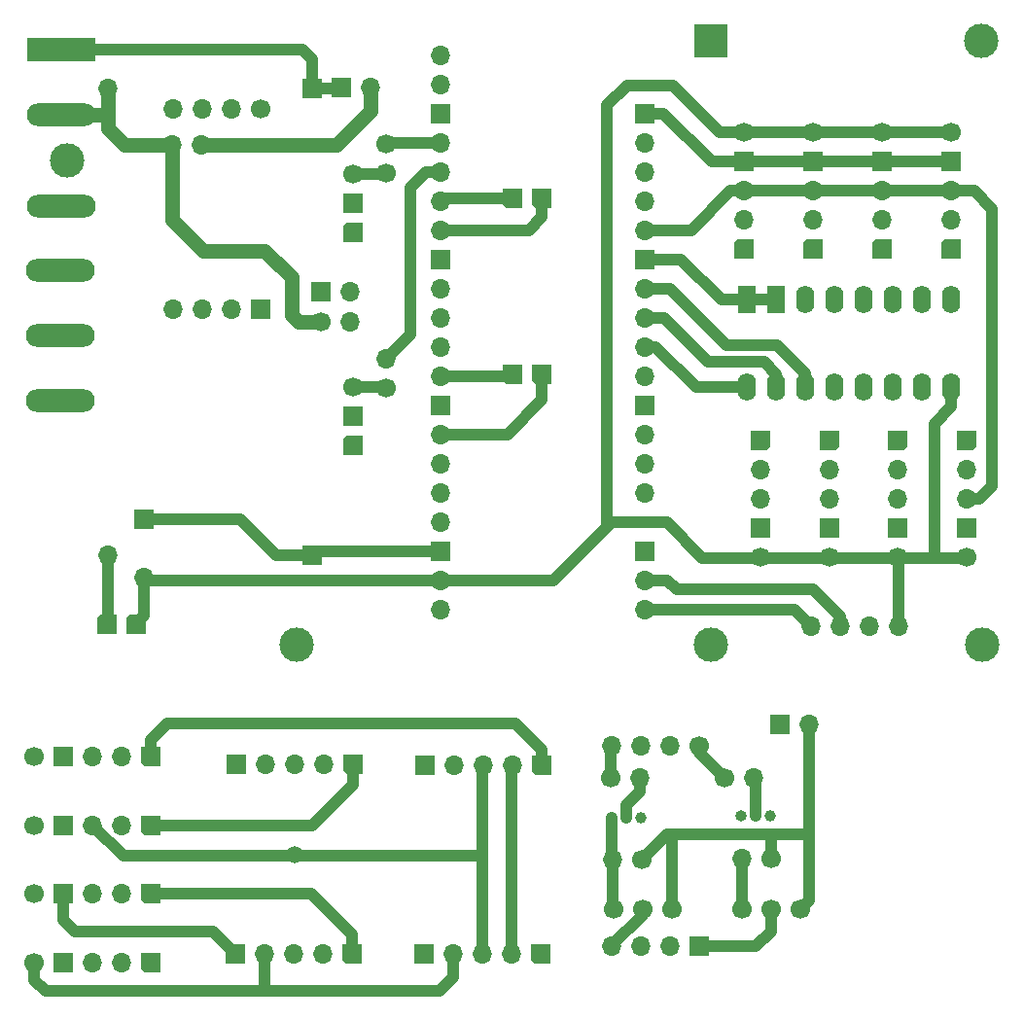
<source format=gtl>
G04 #@! TF.GenerationSoftware,KiCad,Pcbnew,7.0.7*
G04 #@! TF.CreationDate,2024-05-20T14:11:38+03:00*
G04 #@! TF.ProjectId,pico-hd-mcu-v2,7069636f-2d68-4642-9d6d-63752d76322e,rev?*
G04 #@! TF.SameCoordinates,Original*
G04 #@! TF.FileFunction,Copper,L1,Top*
G04 #@! TF.FilePolarity,Positive*
%FSLAX46Y46*%
G04 Gerber Fmt 4.6, Leading zero omitted, Abs format (unit mm)*
G04 Created by KiCad (PCBNEW 7.0.7) date 2024-05-20 14:11:38*
%MOMM*%
%LPD*%
G01*
G04 APERTURE LIST*
G04 Aperture macros list*
%AMOutline4P*
0 Free polygon, 4 corners , with rotation*
0 The origin of the aperture is its center*
0 number of corners: always 4*
0 $1 to $8 corner X, Y*
0 $9 Rotation angle, in degrees counterclockwise*
0 create outline with 4 corners*
4,1,4,$1,$2,$3,$4,$5,$6,$7,$8,$1,$2,$9*%
%AMOutline5P*
0 Free polygon, 5 corners , with rotation*
0 The origin of the aperture is its center*
0 number of corners: always 5*
0 $1 to $10 corner X, Y*
0 $11 Rotation angle, in degrees counterclockwise*
0 create outline with 5 corners*
4,1,5,$1,$2,$3,$4,$5,$6,$7,$8,$9,$10,$1,$2,$11*%
%AMOutline6P*
0 Free polygon, 6 corners , with rotation*
0 The origin of the aperture is its center*
0 number of corners: always 6*
0 $1 to $12 corner X, Y*
0 $13 Rotation angle, in degrees counterclockwise*
0 create outline with 6 corners*
4,1,6,$1,$2,$3,$4,$5,$6,$7,$8,$9,$10,$11,$12,$1,$2,$13*%
%AMOutline7P*
0 Free polygon, 7 corners , with rotation*
0 The origin of the aperture is its center*
0 number of corners: always 7*
0 $1 to $14 corner X, Y*
0 $15 Rotation angle, in degrees counterclockwise*
0 create outline with 7 corners*
4,1,7,$1,$2,$3,$4,$5,$6,$7,$8,$9,$10,$11,$12,$13,$14,$1,$2,$15*%
%AMOutline8P*
0 Free polygon, 8 corners , with rotation*
0 The origin of the aperture is its center*
0 number of corners: always 8*
0 $1 to $16 corner X, Y*
0 $17 Rotation angle, in degrees counterclockwise*
0 create outline with 8 corners*
4,1,8,$1,$2,$3,$4,$5,$6,$7,$8,$9,$10,$11,$12,$13,$14,$15,$16,$1,$2,$17*%
G04 Aperture macros list end*
G04 #@! TA.AperFunction,ComponentPad*
%ADD10O,1.000000X1.000000*%
G04 #@! TD*
G04 #@! TA.AperFunction,ComponentPad*
%ADD11C,1.000000*%
G04 #@! TD*
G04 #@! TA.AperFunction,ComponentPad*
%ADD12R,1.700000X1.700000*%
G04 #@! TD*
G04 #@! TA.AperFunction,ComponentPad*
%ADD13O,1.700000X1.700000*%
G04 #@! TD*
G04 #@! TA.AperFunction,ComponentPad*
%ADD14Outline5P,-0.850000X0.510000X-0.510000X0.850000X0.850000X0.850000X0.850000X-0.850000X-0.850000X-0.850000X90.000000*%
G04 #@! TD*
G04 #@! TA.AperFunction,ComponentPad*
%ADD15C,1.700000*%
G04 #@! TD*
G04 #@! TA.AperFunction,ComponentPad*
%ADD16Outline5P,-0.850000X0.510000X-0.510000X0.850000X0.850000X0.850000X0.850000X-0.850000X-0.850000X-0.850000X180.000000*%
G04 #@! TD*
G04 #@! TA.AperFunction,ComponentPad*
%ADD17Outline5P,-0.850000X0.510000X-0.510000X0.850000X0.850000X0.850000X0.850000X-0.850000X-0.850000X-0.850000X0.000000*%
G04 #@! TD*
G04 #@! TA.AperFunction,ComponentPad*
%ADD18C,3.000000*%
G04 #@! TD*
G04 #@! TA.AperFunction,ComponentPad*
%ADD19O,6.000000X2.000000*%
G04 #@! TD*
G04 #@! TA.AperFunction,ComponentPad*
%ADD20R,6.000000X2.000000*%
G04 #@! TD*
G04 #@! TA.AperFunction,ComponentPad*
%ADD21R,3.000000X3.000000*%
G04 #@! TD*
G04 #@! TA.AperFunction,ComponentPad*
%ADD22Outline4P,-0.850000X-0.850000X0.850000X-0.850000X0.850000X0.850000X-0.850000X0.850000X0.000000*%
G04 #@! TD*
G04 #@! TA.AperFunction,ComponentPad*
%ADD23O,1.600000X2.400000*%
G04 #@! TD*
G04 #@! TA.AperFunction,ComponentPad*
%ADD24R,1.600000X2.400000*%
G04 #@! TD*
G04 #@! TA.AperFunction,ViaPad*
%ADD25C,1.500000*%
G04 #@! TD*
G04 #@! TA.AperFunction,Conductor*
%ADD26C,1.000000*%
G04 #@! TD*
G04 #@! TA.AperFunction,Conductor*
%ADD27C,1.250000*%
G04 #@! TD*
G04 APERTURE END LIST*
D10*
X87120000Y-96710000D03*
X85850000Y-96710000D03*
D11*
X88390000Y-96710000D03*
D12*
X58355000Y-92320000D03*
D13*
X60895000Y-92320000D03*
X63435000Y-92320000D03*
X65975000Y-92320000D03*
D14*
X68515000Y-92320000D03*
D12*
X58285000Y-108760000D03*
D13*
X60825000Y-108760000D03*
X63365000Y-108760000D03*
X65905000Y-108760000D03*
D14*
X68445000Y-108760000D03*
D15*
X77220000Y-100530000D03*
D13*
X74680000Y-100530000D03*
D15*
X93540000Y-74235000D03*
D12*
X93540000Y-71695000D03*
D13*
X93540000Y-69155000D03*
X93540000Y-66615000D03*
D16*
X93540000Y-64075000D03*
D13*
X36365000Y-38307500D03*
X38905000Y-38307500D03*
D15*
X77330000Y-104870000D03*
X74790000Y-104870000D03*
X79870000Y-104870000D03*
D12*
X82260000Y-108070000D03*
D13*
X79720000Y-108070000D03*
X77180000Y-108070000D03*
X74640000Y-108070000D03*
D12*
X89280000Y-88810000D03*
D15*
X82270000Y-90610000D03*
D13*
X79730000Y-90610000D03*
X77190000Y-90610000D03*
X74650000Y-90610000D03*
X91820000Y-88810000D03*
D15*
X104130000Y-37245000D03*
D12*
X104130000Y-39785000D03*
D13*
X104130000Y-42325000D03*
X104130000Y-44865000D03*
D17*
X104130000Y-47405000D03*
D12*
X44017500Y-52615000D03*
D13*
X41477500Y-52615000D03*
X38937500Y-52615000D03*
X36397500Y-52615000D03*
D12*
X51037500Y-33355000D03*
D15*
X44027500Y-35155000D03*
D13*
X41487500Y-35155000D03*
X38947500Y-35155000D03*
X36407500Y-35155000D03*
X53577500Y-33355000D03*
D15*
X24335000Y-97540000D03*
D12*
X26875000Y-97540000D03*
D13*
X29415000Y-97540000D03*
X31955000Y-97540000D03*
D14*
X34495000Y-97540000D03*
D10*
X75850000Y-96910000D03*
X74580000Y-96910000D03*
D11*
X77120000Y-96910000D03*
D18*
X106802500Y-29292500D03*
D15*
X86130000Y-37245000D03*
D12*
X86130000Y-39785000D03*
D13*
X86130000Y-42325000D03*
X86130000Y-44865000D03*
D17*
X86130000Y-47405000D03*
D19*
X26645000Y-60557500D03*
D12*
X33882500Y-70942500D03*
D13*
X33882500Y-76022500D03*
D15*
X99540000Y-74235000D03*
D12*
X99540000Y-71695000D03*
D13*
X99540000Y-69155000D03*
X99540000Y-66615000D03*
D16*
X99540000Y-64075000D03*
D15*
X24335000Y-109540000D03*
D12*
X26875000Y-109540000D03*
D13*
X29415000Y-109540000D03*
X31955000Y-109540000D03*
D14*
X34495000Y-109540000D03*
X65992500Y-58322500D03*
X68532500Y-58322500D03*
D18*
X106912500Y-81792500D03*
D15*
X74500000Y-93390000D03*
D13*
X77040000Y-93390000D03*
D15*
X49290000Y-53750000D03*
D13*
X51830000Y-53750000D03*
D15*
X98130000Y-37245000D03*
D12*
X98130000Y-39785000D03*
D13*
X98130000Y-42325000D03*
X98130000Y-44865000D03*
D17*
X98130000Y-47405000D03*
D13*
X77535000Y-78750000D03*
X77535000Y-76210000D03*
D12*
X77535000Y-73670000D03*
D13*
X77535000Y-68590000D03*
X77535000Y-66050000D03*
X77535000Y-63510000D03*
D12*
X77535000Y-60970000D03*
D13*
X77535000Y-58430000D03*
X77535000Y-55890000D03*
X77535000Y-53350000D03*
X77535000Y-50810000D03*
D12*
X77535000Y-48270000D03*
D13*
X77535000Y-45730000D03*
X77535000Y-43190000D03*
X77535000Y-40650000D03*
X77535000Y-38110000D03*
D12*
X77535000Y-35570000D03*
D13*
X59755000Y-30490000D03*
X59755000Y-33030000D03*
D12*
X59755000Y-35570000D03*
D13*
X59755000Y-38110000D03*
X59755000Y-40650000D03*
X59755000Y-43190000D03*
X59755000Y-45730000D03*
D12*
X59755000Y-48270000D03*
D13*
X59755000Y-50810000D03*
X59755000Y-53350000D03*
X59755000Y-55890000D03*
X59755000Y-58430000D03*
D12*
X59755000Y-60970000D03*
D13*
X59755000Y-63510000D03*
X59755000Y-66050000D03*
X59755000Y-68590000D03*
X59755000Y-71130000D03*
D12*
X59755000Y-73670000D03*
D13*
X59755000Y-76210000D03*
X59755000Y-78750000D03*
D15*
X24335000Y-103540000D03*
D12*
X26875000Y-103540000D03*
D13*
X29415000Y-103540000D03*
X31955000Y-103540000D03*
D14*
X34495000Y-103540000D03*
D20*
X26702500Y-29992500D03*
D18*
X83212500Y-81792500D03*
D15*
X54972500Y-40782500D03*
X54972500Y-38242500D03*
D21*
X83212500Y-29292500D03*
D22*
X49290000Y-51110000D03*
D13*
X51830000Y-51110000D03*
D15*
X52072500Y-40830000D03*
D12*
X52072500Y-43370000D03*
D17*
X52072500Y-45910000D03*
D13*
X97067500Y-80207500D03*
X91987500Y-80207500D03*
X94527500Y-80207500D03*
X99607500Y-80207500D03*
D18*
X47212500Y-81792500D03*
D19*
X26682500Y-35692500D03*
X26650000Y-54910000D03*
D15*
X84470000Y-93390000D03*
D13*
X87010000Y-93390000D03*
D15*
X87540000Y-74235000D03*
D12*
X87540000Y-71695000D03*
D13*
X87540000Y-69155000D03*
X87540000Y-66615000D03*
D16*
X87540000Y-64075000D03*
D12*
X41905000Y-92250000D03*
D13*
X44445000Y-92250000D03*
X46985000Y-92250000D03*
X49525000Y-92250000D03*
D14*
X52065000Y-92250000D03*
X66012500Y-42982500D03*
X68552500Y-42982500D03*
D15*
X88470000Y-100500000D03*
D13*
X85930000Y-100500000D03*
D15*
X54985000Y-59462500D03*
D13*
X54985000Y-56922500D03*
D17*
X30637500Y-80030000D03*
X33177500Y-80030000D03*
D15*
X105540000Y-74235000D03*
D12*
X105540000Y-71695000D03*
D13*
X105540000Y-69155000D03*
X105540000Y-66615000D03*
D16*
X105540000Y-64075000D03*
D19*
X26662500Y-43612500D03*
D15*
X88460000Y-104880000D03*
X85920000Y-104880000D03*
X91000000Y-104880000D03*
D12*
X41845000Y-108760000D03*
D13*
X44385000Y-108760000D03*
X46925000Y-108760000D03*
X49465000Y-108760000D03*
D14*
X52005000Y-108760000D03*
D19*
X26630000Y-49247500D03*
D15*
X24335000Y-91540000D03*
D12*
X26875000Y-91540000D03*
D13*
X29415000Y-91540000D03*
X31955000Y-91540000D03*
D14*
X34495000Y-91540000D03*
D15*
X52097500Y-59375000D03*
D12*
X52097500Y-61915000D03*
D17*
X52097500Y-64455000D03*
D15*
X92130000Y-37245000D03*
D12*
X92130000Y-39785000D03*
D13*
X92130000Y-42325000D03*
X92130000Y-44865000D03*
D17*
X92130000Y-47405000D03*
D23*
X104207500Y-51805000D03*
X101667500Y-51805000D03*
X99127500Y-51805000D03*
X96587500Y-51805000D03*
X94047500Y-51805000D03*
X91507500Y-51805000D03*
D24*
X88967500Y-51805000D03*
X86427500Y-51805000D03*
D23*
X86427500Y-59425000D03*
X88967500Y-59425000D03*
X91507500Y-59425000D03*
X94047500Y-59425000D03*
X96587500Y-59425000D03*
X99127500Y-59425000D03*
X101667500Y-59425000D03*
X104207500Y-59425000D03*
D18*
X27212500Y-39692500D03*
D12*
X48572500Y-33372500D03*
D13*
X30792500Y-33372500D03*
D12*
X48572500Y-74012500D03*
D13*
X30792500Y-74012500D03*
D25*
X47025000Y-100160000D03*
D26*
X75850000Y-96910000D02*
X75850000Y-95830000D01*
X91820000Y-88810000D02*
X91820000Y-104060000D01*
X74680000Y-100530000D02*
X74680000Y-104760000D01*
X87170000Y-108070000D02*
X82260000Y-108070000D01*
X80030000Y-98330000D02*
X79870000Y-98490000D01*
X87120000Y-96710000D02*
X87120000Y-93500000D01*
X79870000Y-98490000D02*
X79870000Y-104870000D01*
X74680000Y-104760000D02*
X74790000Y-104870000D01*
X87120000Y-93500000D02*
X87010000Y-93390000D01*
X77220000Y-100530000D02*
X79420000Y-98330000D01*
X77330000Y-105330000D02*
X77330000Y-104870000D01*
X75850000Y-95830000D02*
X77040000Y-94640000D01*
X74500000Y-90760000D02*
X74650000Y-90610000D01*
X80030000Y-98330000D02*
X88490000Y-98330000D01*
X88460000Y-106780000D02*
X87170000Y-108070000D01*
X88490000Y-98330000D02*
X91820000Y-98330000D01*
X74640000Y-108070000D02*
X74640000Y-108020000D01*
X85930000Y-104870000D02*
X85920000Y-104880000D01*
X84470000Y-93390000D02*
X82270000Y-91190000D01*
X85930000Y-100500000D02*
X85930000Y-104870000D01*
X77040000Y-94640000D02*
X77040000Y-93390000D01*
X91820000Y-104060000D02*
X91000000Y-104880000D01*
X74640000Y-108020000D02*
X77330000Y-105330000D01*
X74580000Y-100430000D02*
X74680000Y-100530000D01*
X79420000Y-98330000D02*
X80030000Y-98330000D01*
X88460000Y-104880000D02*
X88460000Y-106780000D01*
X88470000Y-98350000D02*
X88470000Y-100500000D01*
X74500000Y-93390000D02*
X74500000Y-90760000D01*
X74580000Y-96910000D02*
X74580000Y-100430000D01*
X88490000Y-98330000D02*
X88470000Y-98350000D01*
X82270000Y-91190000D02*
X82270000Y-90610000D01*
X26702500Y-29992500D02*
X47675000Y-29992500D01*
X104130000Y-39785000D02*
X86130000Y-39785000D01*
X48572500Y-30890000D02*
X48572500Y-33372500D01*
X84195000Y-51805000D02*
X80660000Y-48270000D01*
X80660000Y-48270000D02*
X77535000Y-48270000D01*
X86427500Y-51805000D02*
X84195000Y-51805000D01*
X42312500Y-70942500D02*
X33882500Y-70942500D01*
X79110000Y-35570000D02*
X77535000Y-35570000D01*
X48572500Y-74012500D02*
X45382500Y-74012500D01*
X45382500Y-74012500D02*
X42312500Y-70942500D01*
X47675000Y-29992500D02*
X48572500Y-30890000D01*
X48572500Y-33372500D02*
X51020000Y-33372500D01*
X88967500Y-51805000D02*
X86427500Y-51805000D01*
X83325000Y-39785000D02*
X79110000Y-35570000D01*
X51020000Y-33372500D02*
X51037500Y-33355000D01*
X48915000Y-73670000D02*
X59755000Y-73670000D01*
X59755000Y-35570000D02*
X59750000Y-35565000D01*
X86130000Y-39785000D02*
X83325000Y-39785000D01*
X51037500Y-33355000D02*
X50900000Y-33355000D01*
X48572500Y-74012500D02*
X48915000Y-73670000D01*
D27*
X26682500Y-35692500D02*
X30662500Y-35692500D01*
X36365000Y-38307500D02*
X32237500Y-38307500D01*
X53577500Y-35372500D02*
X50642500Y-38307500D01*
X30792500Y-35562500D02*
X30792500Y-33372500D01*
X50642500Y-38307500D02*
X38905000Y-38307500D01*
X44410000Y-47510000D02*
X46770000Y-49870000D01*
X46770000Y-49870000D02*
X46770000Y-53130000D01*
X30792500Y-36862500D02*
X30792500Y-35562500D01*
X47390000Y-53750000D02*
X49290000Y-53750000D01*
X39060000Y-47510000D02*
X44410000Y-47510000D01*
X36365000Y-38307500D02*
X36365000Y-44815000D01*
X32237500Y-38307500D02*
X30792500Y-36862500D01*
D26*
X30662500Y-35692500D02*
X30792500Y-35562500D01*
D27*
X53577500Y-33355000D02*
X53577500Y-35372500D01*
X36365000Y-44815000D02*
X39060000Y-47510000D01*
X46770000Y-53130000D02*
X47390000Y-53750000D01*
D26*
X104207500Y-59425000D02*
X104242500Y-59460000D01*
X104207500Y-61122500D02*
X104207500Y-59425000D01*
X30792500Y-74012500D02*
X30792500Y-79875000D01*
X82505000Y-74275000D02*
X105500000Y-74275000D01*
X34070000Y-76210000D02*
X59755000Y-76210000D01*
X33882500Y-76022500D02*
X34070000Y-76210000D01*
X84025000Y-37245000D02*
X79932500Y-33152500D01*
X74215000Y-71550000D02*
X74202500Y-71562500D01*
X74215000Y-34870000D02*
X74215000Y-71550000D01*
X102757500Y-62572500D02*
X104207500Y-61122500D01*
X102757500Y-74270000D02*
X102757500Y-62572500D01*
X33882500Y-79325000D02*
X33177500Y-80030000D01*
X75932500Y-33152500D02*
X74215000Y-34870000D01*
X30792500Y-79875000D02*
X30637500Y-80030000D01*
X79932500Y-33152500D02*
X75932500Y-33152500D01*
X99607500Y-80207500D02*
X99552500Y-80152500D01*
X86130000Y-37245000D02*
X84025000Y-37245000D01*
X69555000Y-76210000D02*
X74202500Y-71562500D01*
X59755000Y-76210000D02*
X69555000Y-76210000D01*
X99552500Y-80152500D02*
X99552500Y-74247500D01*
X74202500Y-71562500D02*
X74592500Y-71172500D01*
X33892500Y-76032500D02*
X33882500Y-76022500D01*
X74592500Y-71172500D02*
X79402500Y-71172500D01*
X33882500Y-76022500D02*
X33882500Y-79325000D01*
X79402500Y-71172500D02*
X82505000Y-74275000D01*
X86130000Y-37245000D02*
X104130000Y-37245000D01*
X102762500Y-74275000D02*
X102757500Y-74270000D01*
X52097500Y-59375000D02*
X54897500Y-59375000D01*
X58422500Y-40650000D02*
X59755000Y-40650000D01*
X54817500Y-59295000D02*
X54985000Y-59462500D01*
X57067500Y-42005000D02*
X58422500Y-40650000D01*
X57067500Y-54840000D02*
X57067500Y-42005000D01*
X54985000Y-56922500D02*
X57067500Y-54840000D01*
X54897500Y-59375000D02*
X54985000Y-59462500D01*
X55105000Y-38110000D02*
X59755000Y-38110000D01*
X52072500Y-40830000D02*
X54925000Y-40830000D01*
X54972500Y-38242500D02*
X55105000Y-38110000D01*
X54925000Y-40830000D02*
X54972500Y-40782500D01*
X84602500Y-55712500D02*
X79700000Y-50810000D01*
X79700000Y-50810000D02*
X77535000Y-50810000D01*
X91507500Y-59425000D02*
X91507500Y-58187500D01*
X89032500Y-55712500D02*
X84602500Y-55712500D01*
X91507500Y-58187500D02*
X89032500Y-55712500D01*
X88967500Y-58267500D02*
X87922500Y-57222500D01*
X83032500Y-57222500D02*
X79160000Y-53350000D01*
X79160000Y-53350000D02*
X77535000Y-53350000D01*
X88967500Y-59425000D02*
X88967500Y-58267500D01*
X87922500Y-57222500D02*
X83032500Y-57222500D01*
X78430000Y-55890000D02*
X77535000Y-55890000D01*
X81965000Y-59425000D02*
X78430000Y-55890000D01*
X86427500Y-59425000D02*
X81965000Y-59425000D01*
X80252500Y-76982500D02*
X92132500Y-76982500D01*
X79480000Y-76210000D02*
X80252500Y-76982500D01*
X77535000Y-76210000D02*
X79480000Y-76210000D01*
X92132500Y-76982500D02*
X94527500Y-79377500D01*
X94527500Y-79377500D02*
X94527500Y-80207500D01*
X90562500Y-78782500D02*
X91987500Y-80207500D01*
X77535000Y-78750000D02*
X77567500Y-78782500D01*
X77567500Y-78782500D02*
X90562500Y-78782500D01*
X106605000Y-69155000D02*
X105540000Y-69155000D01*
X104130000Y-42325000D02*
X106200000Y-42325000D01*
X84970000Y-42325000D02*
X81565000Y-45730000D01*
X106200000Y-42325000D02*
X107752500Y-43877500D01*
X81565000Y-45730000D02*
X77535000Y-45730000D01*
X107752500Y-43877500D02*
X107752500Y-68007500D01*
X107752500Y-68007500D02*
X106605000Y-69155000D01*
X86130000Y-42325000D02*
X104130000Y-42325000D01*
X86130000Y-42325000D02*
X84970000Y-42325000D01*
X59755000Y-58430000D02*
X65885000Y-58430000D01*
X65885000Y-58430000D02*
X65992500Y-58322500D01*
X68532500Y-58322500D02*
X68532500Y-60522500D01*
X68532500Y-60522500D02*
X65545000Y-63510000D01*
X65545000Y-63510000D02*
X59755000Y-63510000D01*
X68552500Y-44592500D02*
X68552500Y-42982500D01*
X67415000Y-45730000D02*
X68552500Y-44592500D01*
X59755000Y-45730000D02*
X67415000Y-45730000D01*
X59962500Y-42982500D02*
X66012500Y-42982500D01*
X59755000Y-43190000D02*
X59962500Y-42982500D01*
X25315000Y-111980000D02*
X44535000Y-111980000D01*
X44535000Y-111980000D02*
X44385000Y-111830000D01*
X24335000Y-111000000D02*
X25315000Y-111980000D01*
X60825000Y-108760000D02*
X60915000Y-108760000D01*
X59655000Y-111980000D02*
X60825000Y-110810000D01*
X60825000Y-110810000D02*
X60825000Y-108760000D01*
X24335000Y-109540000D02*
X24335000Y-111000000D01*
X44535000Y-111980000D02*
X59655000Y-111980000D01*
X44385000Y-111830000D02*
X44385000Y-108760000D01*
X52065000Y-94020000D02*
X48545000Y-97540000D01*
X52065000Y-92250000D02*
X52065000Y-94020000D01*
X48545000Y-97540000D02*
X34495000Y-97540000D01*
X65905000Y-92390000D02*
X65975000Y-92320000D01*
X65905000Y-108760000D02*
X65905000Y-92390000D01*
X46985000Y-100200000D02*
X47025000Y-100160000D01*
X63365000Y-99230000D02*
X63365000Y-92390000D01*
X32075000Y-100200000D02*
X46985000Y-100200000D01*
X29415000Y-97540000D02*
X32075000Y-100200000D01*
X63365000Y-92390000D02*
X63435000Y-92320000D01*
X47065000Y-100200000D02*
X63245000Y-100200000D01*
X63365000Y-108760000D02*
X63365000Y-99230000D01*
X47025000Y-100160000D02*
X47065000Y-100200000D01*
X63245000Y-100200000D02*
X63365000Y-100080000D01*
X41845000Y-108760000D02*
X39915000Y-106830000D01*
X39915000Y-106830000D02*
X27905000Y-106830000D01*
X27905000Y-106830000D02*
X26875000Y-105800000D01*
X26875000Y-105800000D02*
X26875000Y-103540000D01*
X41905000Y-108700000D02*
X41845000Y-108760000D01*
X52005000Y-107070000D02*
X52005000Y-108760000D01*
X34495000Y-103540000D02*
X48475000Y-103540000D01*
X48475000Y-103540000D02*
X52005000Y-107070000D01*
X34495000Y-91540000D02*
X34495000Y-90150000D01*
X66265000Y-88690000D02*
X68515000Y-90940000D01*
X35955000Y-88690000D02*
X66265000Y-88690000D01*
X68515000Y-90940000D02*
X68515000Y-92320000D01*
X34495000Y-90150000D02*
X35955000Y-88690000D01*
M02*

</source>
